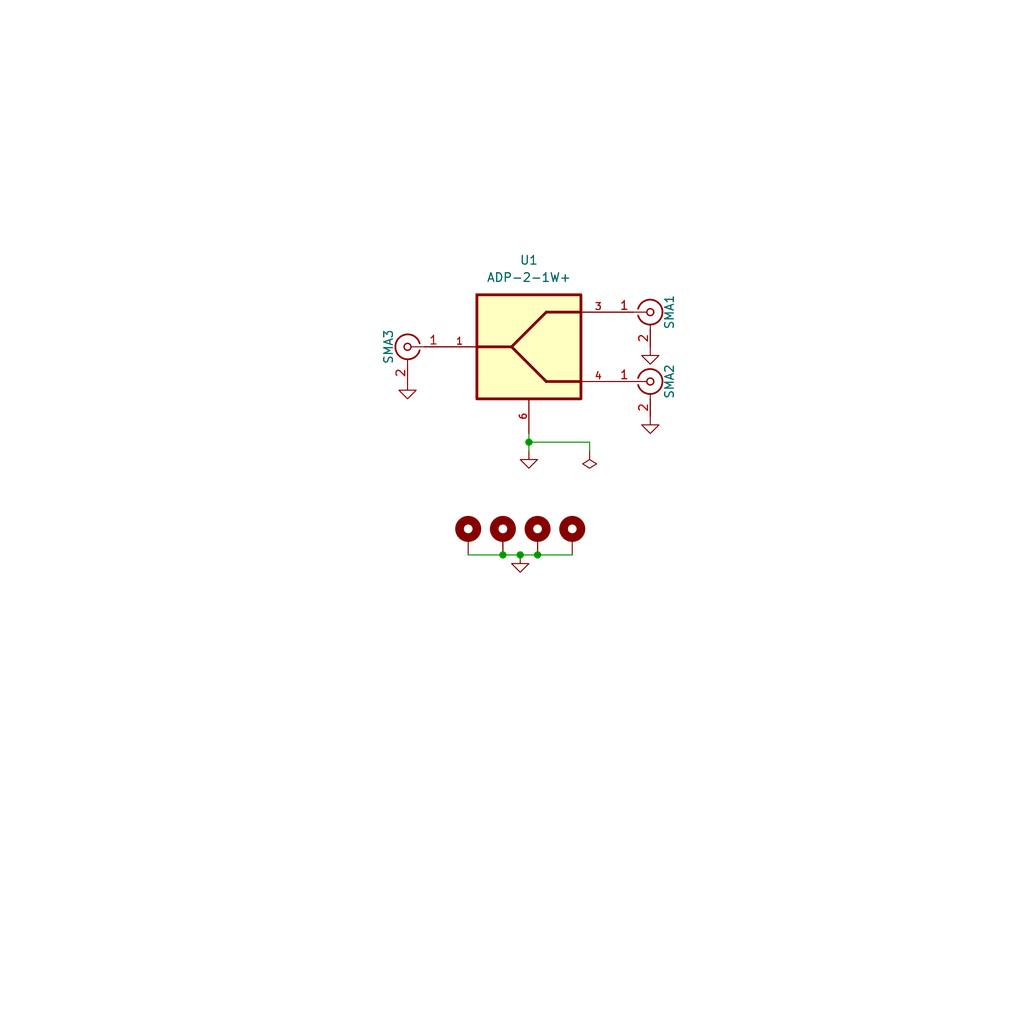
<source format=kicad_sch>
(kicad_sch (version 20230121) (generator eeschema)
  (paper "User" 150.012 150.012)
  (title_block (title "ADP-2-1W+ based RF Splitter") (date "2023-09-24") (company "Dhiru Kholia (VU3CER)"))
  (lib_symbols
    (symbol "ADP-2-1W_:ADP-2-1W+" (pin_names (offset 1.016))
      (property "Reference" "U" (at -7.62 11.43 0))
      (property "Value" "ADP-2-1W+" (at -7.62 8.89 0))
      (symbol "ADP-2-1W+_0_0"
        (rectangle (start -7.62 -7.62) (end 7.62 7.62) (stroke (width 0.4064)) (fill (type background)))
        (polyline (pts (xy -7.62 0) (xy -2.54 0)) (stroke (width 0.4064)))
        (polyline (pts (xy 2.54 -5.08) (xy -2.54 0)) (stroke (width 0.4064)))
        (polyline (pts (xy 2.54 5.08) (xy -2.54 0)) (stroke (width 0.4064)))
        (polyline (pts (xy 7.62 -5.08) (xy 2.54 -5.08)) (stroke (width 0.4064)))
        (polyline (pts (xy 7.62 5.08) (xy 2.54 5.08)) (stroke (width 0.4064)))
        (pin passive line (at -12.7 0 0) (length 5.08) (name "~") (number "1"))
        (pin passive line (at 12.7 5.08 180) (length 5.08) (name "~") (number "3"))
        (pin passive line (at 12.7 -5.08 180) (length 5.08) (name "~") (number "4"))
        (pin passive line (at 0 -12.7 90) (length 5.08) (name "~") (number "6"))
      )
    )
    (symbol "Connector:Conn_Coaxial" (pin_names (offset 1.016) hide)
      (property "Reference" "J" (at 0.254 3.048 0))
      (property "Value" "Conn_Coaxial" (at 2.921 0 90))
      (symbol "Conn_Coaxial_0_1"
        (arc (start -1.778 -0.508) (mid 0.2311 -1.8066) (end 1.778 0) (stroke (width 0.254)))
        (polyline (pts (xy -2.54 0) (xy -0.508 0)))
        (polyline (pts (xy 0 -2.54) (xy 0 -1.778)))
        (circle (center 0 0) (radius 0.508) (stroke (width 0.2032)))
        (arc (start 1.778 0) (mid 0.2099 1.8101) (end -1.778 0.508) (stroke (width 0.254)))
      )
      (symbol "Conn_Coaxial_1_1"
        (pin passive line (at -5.08 0 0) (length 2.54) (name "In") (number "1"))
        (pin passive line (at 0 -5.08 90) (length 2.54) (name "Ext") (number "2"))
      )
    )
    (symbol "Mechanical:MountingHole_Pad" (pin_numbers hide) (pin_names (offset 1.016) hide)
      (property "Reference" "H" (at 0 6.35 0))
      (property "Value" "MountingHole_Pad" (at 0 4.445 0))
      (symbol "MountingHole_Pad_0_1"
        (circle (center 0 1.27) (radius 1.27) (stroke (width 1.27)))
      )
      (symbol "MountingHole_Pad_1_1"
        (pin input line (at 0 -2.54 90) (length 2.54) (name "1") (number "1"))
      )
    )
    (symbol "PCM_4ms_Power-symbol:PWR_FLAG" (power) (pin_numbers hide) (pin_names (offset 0) hide)
      (property "Value" "PWR_FLAG" (at 0 3.81 0))
      (symbol "PWR_FLAG_0_0"
        (pin power_out line (at 0 0 90) (length 0) (name "pwr") (number "1"))
      )
      (symbol "PWR_FLAG_0_1"
        (polyline (pts (xy 0 0) (xy 0 1.27) (xy -1.016 1.905) (xy 0 2.54) (xy 1.016 1.905) (xy 0 1.27)))
      )
    )
    (symbol "power:GND" (power) (pin_names (offset 0))
      (property "Value" "GND" (at 0 -3.81 0))
      (symbol "GND_0_1"
        (polyline (pts (xy 0 0) (xy 0 -1.27) (xy 1.27 -1.27) (xy 0 -2.54) (xy -1.27 -1.27) (xy 0 -1.27)))
      )
      (symbol "GND_1_1"
        (pin power_in line (at 0 0 270) (length 0) hide (name "GND") (number "1"))
      )
    )
  )
  (junction (at 77.47 64.77))
  (junction (at 78.74 81.28))
  (junction (at 76.2 81.28))
  (junction (at 73.66 81.28))
  (wire (pts (xy 77.47 64.77) (xy 86.36 64.77)))
  (wire (pts (xy 73.66 81.28) (xy 76.2 81.28)))
  (wire (pts (xy 77.47 64.77) (xy 77.47 66.04)))
  (wire (pts (xy 86.36 64.77) (xy 86.36 66.04)))
  (wire (pts (xy 68.58 81.28) (xy 73.66 81.28)))
  (wire (pts (xy 77.47 63.5) (xy 77.47 64.77)))
  (wire (pts (xy 78.74 81.28) (xy 83.82 81.28)))
  (wire (pts (xy 76.2 81.28) (xy 78.74 81.28)))
  (symbol (lib_id "power:GND") (at 95.25 60.96 0) (unit 1)
    (property "Reference" "#PWR01" (effects hide))
    (property "Value" "GND" (effects hide))
  )
  (symbol (lib_id "Mechanical:MountingHole_Pad") (at 73.66 78.74 0) (unit 1)
    (property "Reference" "H2" (effects hide))
    (property "Value" "MountingHole_Pad" (effects hide))
    (property "Footprint" "MountingHole:MountingHole_3.2mm_M3_Pad_Via" (effects hide))
  )
  (symbol (lib_id "Connector:Conn_Coaxial") (at 59.69 50.8 0) (mirror y) (unit 1)
    (property "Reference" "SMA3" (at 56.896 50.8 90))
    (property "Value" "S" (effects hide))
    (property "Footprint" "footprints:SMA_EDGELAUNCH_Modded" (effects hide))
    (property "Datasheet" " ~" (effects hide))
  )
  (symbol (lib_id "power:GND") (at 77.47 66.04 0) (unit 1)
    (property "Reference" "#PWR04" (effects hide))
    (property "Value" "GND" (effects hide))
  )
  (symbol (lib_id "Mechanical:MountingHole_Pad") (at 83.82 78.74 0) (unit 1)
    (property "Reference" "H4" (effects hide))
    (property "Value" "MountingHole_Pad" (effects hide))
    (property "Footprint" "MountingHole:MountingHole_3.2mm_M3_Pad_Via" (effects hide))
  )
  (symbol (lib_id "PCM_4ms_Power-symbol:PWR_FLAG") (at 86.36 66.04 180) (unit 1)
    (property "Reference" "#FLG01" (effects hide))
    (property "Value" "PWR_FLAG" (effects hide))
  )
  (symbol (lib_id "power:GND") (at 59.69 55.88 0) (unit 1)
    (property "Reference" "#PWR05" (effects hide))
    (property "Value" "GND" (effects hide))
  )
  (symbol (lib_id "Mechanical:MountingHole_Pad") (at 68.58 78.74 0) (unit 1)
    (property "Reference" "H1" (effects hide))
    (property "Value" "MountingHole_Pad" (effects hide))
    (property "Footprint" "MountingHole:MountingHole_3.2mm_M3_Pad_Via" (effects hide))
  )
  (symbol (lib_id "Connector:Conn_Coaxial") (at 95.25 55.88 0) (unit 1)
    (property "Reference" "SMA2" (at 98.044 55.88 90))
    (property "Value" "X2" (effects hide))
    (property "Footprint" "footprints:SMA_EDGELAUNCH_Modded" (effects hide))
    (property "Datasheet" " ~" (effects hide))
  )
  (symbol (lib_id "Mechanical:MountingHole_Pad") (at 78.74 78.74 0) (unit 1)
    (property "Reference" "H3" (effects hide))
    (property "Value" "MountingHole_Pad" (effects hide))
    (property "Footprint" "MountingHole:MountingHole_3.2mm_M3_Pad_Via" (effects hide))
  )
  (symbol (lib_id "ADP-2-1W_:ADP-2-1W+") (at 77.47 50.8 0) (unit 1)
    (property "Reference" "U1" (at 77.47 38.1 0))
    (property "Value" "ADP-2-1W+" (at 77.47 40.64 0))
    (property "Footprint" "footprints:MC-CDXXX-Modded" (effects hide))
    (property "MF" "Mini-Circuits" (effects hide))
    (property "Description" "\nRF Power Divider 1 MHz ~ 650 MHz Isolation (Min) 20dB, 3° Imbalance (Max) 6-SMD, Flat Leads\n" (effects hide))
    (property "Package" "None" (effects hide))
    (property "Price" "None" (effects hide))
    (property "SnapEDA_Link" "https://www.snapeda.com/parts/ADP-2-1W+/Mini-Circuits/view-part/?ref=snap" (effects hide))
    (property "MP" "ADP-2-1W+" (effects hide))
    (property "Purchase-URL" "https://www.snapeda.com/api/url_track_click_mouser/?unipart_id=580992&manufacturer=Mini-Circuits&part_name=ADP-2-1W+&search_term=None" (effects hide))
    (property "Availability" "In Stock" (effects hide))
    (property "Check_prices" "https://www.snapeda.com/parts/ADP-2-1W+/Mini-Circuits/view-part/?ref=eda" (effects hide))
  )
  (symbol (lib_id "Connector:Conn_Coaxial") (at 95.25 45.72 0) (unit 1)
    (property "Reference" "SMA1" (at 98.044 45.72 90))
    (property "Value" "X1" (effects hide))
    (property "Footprint" "footprints:SMA_EDGELAUNCH_Modded" (effects hide))
    (property "Datasheet" " ~" (effects hide))
  )
  (symbol (lib_id "power:GND") (at 95.25 50.8 0) (unit 1)
    (property "Reference" "#PWR07" (effects hide))
    (property "Value" "GND" (effects hide))
  )
  (symbol (lib_id "power:GND") (at 76.2 81.28 0) (unit 1)
    (property "Reference" "#PWR016" (effects hide))
    (property "Value" "GND" (effects hide))
  )
)
</source>
